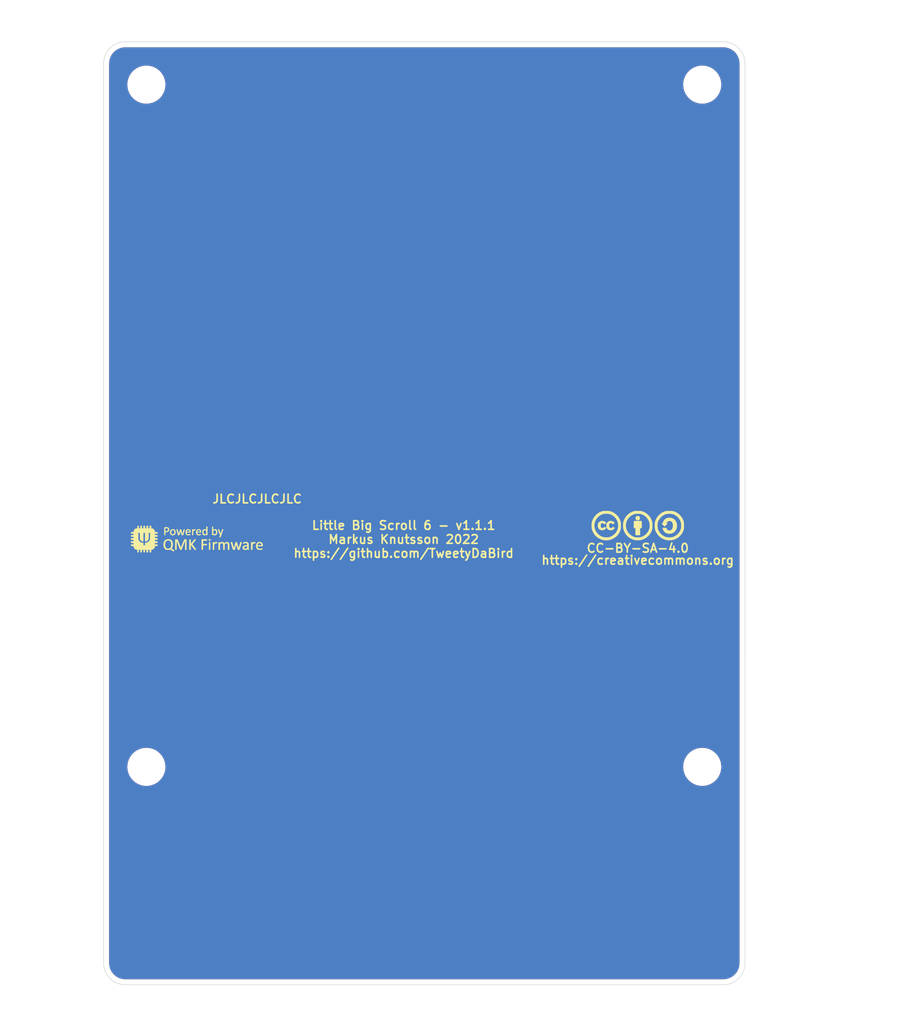
<source format=kicad_pcb>
(kicad_pcb (version 20211014) (generator pcbnew)
  (title_block (title "Little Big Scroll 6 - Rear Plate") (date "2022-09-16") (rev "v1.1.1") (company "Tweety's Wild Thinking") (comment 1 "Markus Knutsson <markus.knutsson@tweety.se>") (comment 2 "https://github.com/TweetyDaBird") (comment 3 "Licensed under Creative Commons BY-SA 4.0 International "))
  (layers (0 "F.Cu" signal) (31 "B.Cu" signal) (34 "B.Paste" user) (35 "F.Paste" user) (36 "B.SilkS" user "B.Silkscreen") (37 "F.SilkS" user "F.Silkscreen") (38 "B.Mask" user) (39 "F.Mask" user) (44 "Edge.Cuts" user))
  (net 0 "")
  (footprint "Keyboard_Plate:Spacer Plate hole" (layer "F.Cu") (at 84.6 112.685)
    (fp_text reference "H1" hide)
    (fp_text value "Spacer_PCB")
    (pad "" np_thru_hole circle (at 0 0) (size 2.5 2.5) (drill 2.5) (layers *.Cu *.Mask))
  )
  (footprint "Keyboard_Plate:Spacer Plate hole" (layer "F.Cu") (at 135.94 112.685)
    (fp_text reference "H2" hide)
    (fp_text value "Spacer_PCB")
    (pad "" np_thru_hole circle (at 0 0) (size 2.5 2.5) (drill 2.5) (layers *.Cu *.Mask))
  )
  (footprint "Keyboard_Plate:Spacer Plate hole" (layer "F.Cu") (at 135.94 49.73)
    (fp_text reference "H3" hide)
    (fp_text value "Spacer_PCB")
    (pad "" np_thru_hole circle (at 0 0) (size 2.5 2.5) (drill 2.5) (layers *.Cu *.Mask))
  )
  (footprint "Keyboard_Plate:Spacer Plate hole" (layer "F.Cu") (at 84.6 49.73)
    (fp_text reference "H4" hide)
    (fp_text value "Spacer_PCB")
    (pad "" np_thru_hole circle (at 0 0) (size 2.5 2.5) (drill 2.5) (layers *.Cu *.Mask))
  )
  (footprint "Logotypes:Powered_by_QMK" (layer "F.Cu") (at 89.29 91.65)
    (fp_text reference "Logo2" hide)
    (fp_text value "QMK_Logo" hide)
  )
  (footprint "Logotypes:CC_BY_SA_40" (layer "F.Cu") (at 130.026958 91.345945)
    (fp_text reference "Logo1" hide)
    (fp_text value "CC-BY-SA-4.0" (at -0.041555 1.16) (layer "F.SilkS") (effects (font (size 0.8 0.8))))
    (fp_text user "https://creativecommons.org" (at -0.041555 2.27) (layer "F.SilkS") (effects (font (size 0.8 0.8))))
  )
  (gr_arc (start 80.65 47.780399) (mid 81.235903 46.365903) (end 82.650399 45.78) (layer "Edge.Cuts") (width 0.05))
  (gr_arc (start 82.650399 132.790399) (mid 81.235903 132.204496) (end 80.65 130.79) (layer "Edge.Cuts") (width 0.05))
  (gr_arc (start 137.89 45.78) (mid 139.304496 46.365903) (end 139.890399 47.780399) (layer "Edge.Cuts") (width 0.05))
  (gr_line (start 139.890399 47.780399) (end 139.89 130.789601) (layer "Edge.Cuts") (width 0.05))
  (gr_line (start 82.650399 45.78) (end 137.89 45.78) (layer "Edge.Cuts") (width 0.05))
  (gr_line (start 80.65 130.79) (end 80.65 47.780399) (layer "Edge.Cuts") (width 0.05))
  (gr_arc (start 139.89 130.789601) (mid 139.304097 132.204097) (end 137.889601 132.79) (layer "Edge.Cuts") (width 0.05))
  (gr_line (start 137.889601 132.79) (end 82.650399 132.790399) (layer "Edge.Cuts") (width 0.05))
  (gr_text "Little Big Scroll 6 - v1.1.1\nMarkus Knutsson 2022\nhttps://github.com/TweetyDaBird" (at 108.361388 91.69) (layer "F.SilkS") (effects (font (size 0.8 0.8))))
  (gr_text "JLCJLCJLCJLC" (at 94.83 87.96) (layer "F.SilkS") (effects (font (size 0.8 0.8))))
  (zone (net 0) (net_name "") (layer "F.Cu") (connect_pads (clearance 0.508)) (min_thickness 0.254) (fill yes (thermal_gap 0.508) (thermal_bridge_width 0.508))
    (polygon (pts (xy 156.15 136.45) (xy 71.08 136.45) (xy 71.08 41.92) (xy 156.15 41.92)))
  )
  (zone (net 0) (net_name "") (layer "B.Cu") (connect_pads (clearance 0.508)) (min_thickness 0.254) (fill yes (thermal_gap 0.508) (thermal_bridge_width 0.508))
    (polygon (pts (xy 156.15 136.45) (xy 71.08 136.45) (xy 71.08 41.92) (xy 156.15 41.92)))
  )
)
</source>
